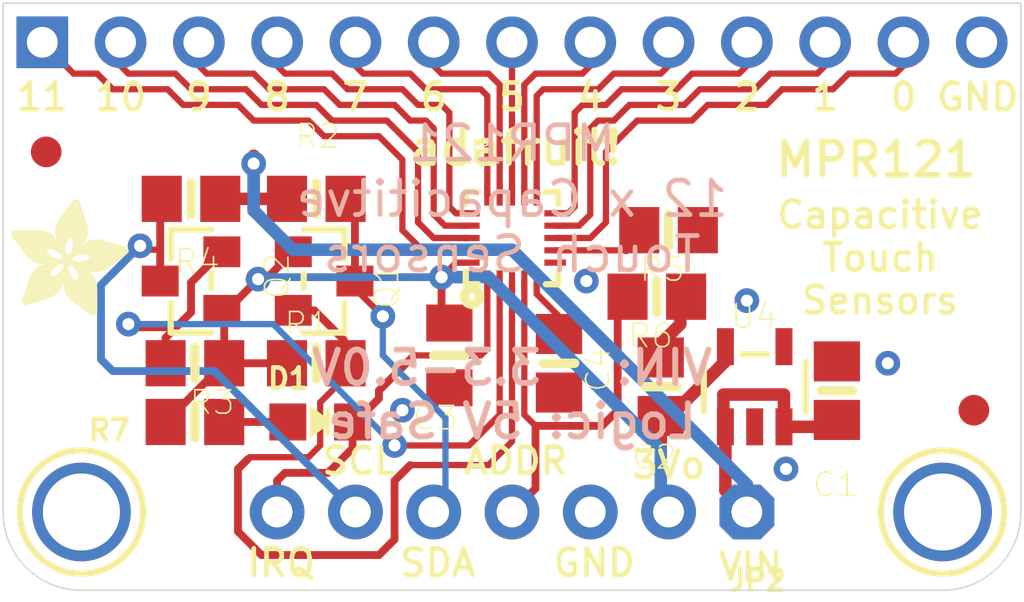
<source format=kicad_pcb>
(kicad_pcb (version 20211014) (generator pcbnew)
  (layers (0 "F.Cu" signal) (31 "B.Cu" signal) (34 "B.Paste" user) (35 "F.Paste" user) (36 "B.SilkS" user "B.Silkscreen") (37 "F.SilkS" user "F.Silkscreen") (38 "B.Mask" user) (39 "F.Mask" user) (44 "Edge.Cuts" user))
  (net 0 "")
  (net 1 "3.3V")
  (net 2 "GND")
  (net 3 "SCL_3V")
  (net 4 "SDA_3V")
  (net 5 "VIN")
  (net 6 "SDA_5V")
  (net 7 "SCL_5V")
  (net 8 "N$2")
  (net 9 "N$3")
  (net 10 "IRQ")
  (net 11 "ELEC0")
  (net 12 "ELEC1")
  (net 13 "ELEC2")
  (net 14 "ELEC3")
  (net 15 "ELEC4")
  (net 16 "ELEC5")
  (net 17 "ELEC6")
  (net 18 "ELEC7")
  (net 19 "ELEC8")
  (net 20 "ELEC9")
  (net 21 "ELEC10")
  (net 22 "ELEC11")
  (net 23 "N$1")
  (net 24 "ADDR")
  (footprint "QFN20_3MM_NOTHERMAL" (layer "F.Cu") (at 148.5011 103.0986 90)
    (fp_text reference "U1" (at 2.794 -0.254) (layer "F.SilkS") (effects (font (size 0.75948 0.75948) (thickness 0.05332)) (justify right)))
    (fp_text value "")
    (pad "1" smd rect (at -1.4 -0.8 270) (size 0.7 0.2) (layers "F.Cu" "F.Paste" "F.Mask") (net 10 "IRQ"))
    (pad "2" smd rect (at -1.4 -0.4 270) (size 0.7 0.2) (layers "F.Cu" "F.Paste" "F.Mask") (net 3 "SCL_3V"))
    (pad "3" smd rect (at -1.4 0 270) (size 0.7 0.2) (layers "F.Cu" "F.Paste" "F.Mask") (net 4 "SDA_3V"))
    (pad "4" smd rect (at -1.4 0.4 270) (size 0.7 0.2) (layers "F.Cu" "F.Paste" "F.Mask") (net 24 "ADDR"))
    (pad "5" smd rect (at -1.4 0.8 270) (size 0.7 0.2) (layers "F.Cu" "F.Paste" "F.Mask") (net 8 "N$2"))
    (pad "6" smd rect (at -0.8 1.4 180) (size 0.7 0.2) (layers "F.Cu" "F.Paste" "F.Mask") (net 2 "GND"))
    (pad "7" smd rect (at -0.4 1.4 180) (size 0.7 0.2) (layers "F.Cu" "F.Paste" "F.Mask") (net 9 "N$3"))
    (pad "8" smd rect (at 0 1.4 180) (size 0.7 0.2) (layers "F.Cu" "F.Paste" "F.Mask") (net 11 "ELEC0"))
    (pad "9" smd rect (at 0.4 1.4 180) (size 0.7 0.2) (layers "F.Cu" "F.Paste" "F.Mask") (net 12 "ELEC1"))
    (pad "10" smd rect (at 0.8 1.4 180) (size 0.7 0.2) (layers "F.Cu" "F.Paste" "F.Mask") (net 13 "ELEC2"))
    (pad "11" smd rect (at 1.4 0.8 270) (size 0.7 0.2) (layers "F.Cu" "F.Paste" "F.Mask") (net 14 "ELEC3"))
    (pad "12" smd rect (at 1.4 0.4 270) (size 0.7 0.2) (layers "F.Cu" "F.Paste" "F.Mask") (net 15 "ELEC4"))
    (pad "13" smd rect (at 1.4 0 270) (size 0.7 0.2) (layers "F.Cu" "F.Paste" "F.Mask") (net 16 "ELEC5"))
    (pad "14" smd rect (at 1.4 -0.4 270) (size 0.7 0.2) (layers "F.Cu" "F.Paste" "F.Mask") (net 17 "ELEC6"))
    (pad "15" smd rect (at 1.4 -0.8 270) (size 0.7 0.2) (layers "F.Cu" "F.Paste" "F.Mask") (net 18 "ELEC7"))
    (pad "16" smd rect (at 0.8 -1.4 180) (size 0.7 0.2) (layers "F.Cu" "F.Paste" "F.Mask") (net 19 "ELEC8"))
    (pad "17" smd rect (at 0.4 -1.4 180) (size 0.7 0.2) (layers "F.Cu" "F.Paste" "F.Mask") (net 20 "ELEC9"))
    (pad "18" smd rect (at 0 -1.4 180) (size 0.7 0.2) (layers "F.Cu" "F.Paste" "F.Mask") (net 21 "ELEC10"))
    (pad "19" smd rect (at -0.4 -1.4 180) (size 0.7 0.2) (layers "F.Cu" "F.Paste" "F.Mask") (net 22 "ELEC11"))
    (pad "20" smd rect (at -0.8 -1.4 180) (size 0.7 0.2) (layers "F.Cu" "F.Paste" "F.Mask") (net 1 "3.3V"))
  )
  (footprint "0805-NO" (layer "F.Cu") (at 159.0421 108.0516 90)
    (fp_text reference "C1" (at -3.048 -0.8255) (layer "F.SilkS") (effects (font (size 0.75948 0.75948) (thickness 0.05332)) (justify left)))
    (fp_text value "10uF")
    (pad "1" smd rect (at -0.95 0 90) (size 1.3 1.5) (layers "F.Cu" "F.Paste" "F.Mask") (net 5 "VIN"))
    (pad "2" smd rect (at 0.95 0 90) (size 1.3 1.5) (layers "F.Cu" "F.Paste" "F.Mask") (net 2 "GND"))
  )
  (footprint "0805-NO" (layer "F.Cu") (at 138.0871 101.8286)
    (fp_text reference "R4" (at -0.5715 2.032) (layer "F.SilkS") (effects (font (size 0.75948 0.75948) (thickness 0.05332)) (justify left)))
    (fp_text value "10K")
    (pad "1" smd rect (at -0.95 0) (size 1.3 1.5) (layers "F.Cu" "F.Paste" "F.Mask") (net 7 "SCL_5V"))
    (pad "2" smd rect (at 0.95 0) (size 1.3 1.5) (layers "F.Cu" "F.Paste" "F.Mask") (net 5 "VIN"))
  )
  (footprint "0805-NO" (layer "F.Cu") (at 142.1511 107.1626 180)
    (fp_text reference "R1" (at 1.0795 1.27) (layer "F.SilkS") (effects (font (size 0.75948 0.75948) (thickness 0.05332)) (justify left)))
    (fp_text value "10K")
    (pad "1" smd rect (at -0.95 0 180) (size 1.3 1.5) (layers "F.Cu" "F.Paste" "F.Mask") (net 4 "SDA_3V"))
    (pad "2" smd rect (at 0.95 0 180) (size 1.3 1.5) (layers "F.Cu" "F.Paste" "F.Mask") (net 1 "3.3V"))
  )
  (footprint "CHIPLED_0805_NOOUTLINE" (layer "F.Cu") (at 142.2781 109.0676 -90)
    (fp_text reference "D1" (at -1.016 1.778) (layer "F.SilkS") (effects (font (size 0.666496 0.666496) (thickness 0.146304)) (justify left bottom)))
    (fp_text value "RED")
    (pad "A" smd rect (at 0 1.05 270) (size 1.2 1.2) (layers "F.Cu" "F.Paste" "F.Mask") (net 23 "N$1"))
    (pad "C" smd rect (at 0 -1.05 270) (size 1.2 1.2) (layers "F.Cu" "F.Paste" "F.Mask") (net 10 "IRQ"))
  )
  (footprint "0805-NO" (layer "F.Cu") (at 153.3271 107.9246 90)
    (fp_text reference "C2" (at -2.286 0.5715) (layer "F.SilkS") (effects (font (size 0.75948 0.75948) (thickness 0.05332)) (justify right)))
    (fp_text value "10uF")
    (pad "1" smd rect (at -0.95 0 90) (size 1.3 1.5) (layers "F.Cu" "F.Paste" "F.Mask") (net 1 "3.3V"))
    (pad "2" smd rect (at 0.95 0 90) (size 1.3 1.5) (layers "F.Cu" "F.Paste" "F.Mask") (net 2 "GND"))
  )
  (footprint "0805-NO" (layer "F.Cu") (at 138.2141 109.0676 180)
    (fp_text reference "R7" (at 2.032 0.127 180) (layer "F.SilkS") (effects (font (size 0.666496 0.666496) (thickness 0.146304)) (justify right top)))
    (fp_text value "1K")
    (pad "1" smd rect (at -0.95 0 180) (size 1.3 1.5) (layers "F.Cu" "F.Paste" "F.Mask") (net 23 "N$1"))
    (pad "2" smd rect (at 0.95 0 180) (size 1.3 1.5) (layers "F.Cu" "F.Paste" "F.Mask") (net 1 "3.3V"))
  )
  (footprint "FIDUCIAL_1MM" (layer "F.Cu") (at 133.3881 100.3046 180)
    (fp_text reference "FID2" hide)
    (fp_text value "FIDUCIAL\"\"" hide)
    (pad "1" smd roundrect (at 0 0 180) (size 1 1) (layers "F.Cu" "F.Mask") (roundrect_rratio 0.5))
  )
  (footprint "MOUNTINGHOLE_2.5_PLATED" (layer "F.Cu") (at 162.4711 111.9886 180)
    (fp_text reference "U$11" hide)
    (fp_text value "MOUNTINGHOLE2.5" hide)
    (pad "P$1" thru_hole circle (at 0 0 180) (size 3.2 3.2) (drill 2.5) (layers *.Cu *.Mask))
  )
  (footprint "0805_10MGAP" (layer "F.Cu") (at 146.4691 106.9086 -90)
    (fp_text reference "C3" (at 2.032 -0.3175) (layer "F.SilkS") (effects (font (size 0.75948 0.75948) (thickness 0.05332)) (justify right)))
    (fp_text value "0.1uF")
    (pad "1" smd rect (at -1.05 0 270) (size 1.2 1.5) (layers "F.Cu" "F.Paste" "F.Mask") (net 1 "3.3V"))
    (pad "2" smd rect (at 1.05 0 270) (size 1.2 1.5) (layers "F.Cu" "F.Paste" "F.Mask") (net 2 "GND"))
  )
  (footprint "0805-NO" (layer "F.Cu") (at 153.5811 102.8446 180)
    (fp_text reference "R5" (at -0.5715 -1.27) (layer "F.SilkS") (effects (font (size 0.75948 0.75948) (thickness 0.05332)) (justify right)))
    (fp_text value "75K")
    (pad "1" smd rect (at -0.95 0 180) (size 1.3 1.5) (layers "F.Cu" "F.Paste" "F.Mask") (net 2 "GND"))
    (pad "2" smd rect (at 0.95 0 180) (size 1.3 1.5) (layers "F.Cu" "F.Paste" "F.Mask") (net 9 "N$3"))
  )
  (footprint "1X07_ROUND_70" (layer "F.Cu") (at 148.5011 111.9886 180)
    (fp_text reference "JP2" (at -8.9662 -1.8288 180) (layer "F.SilkS") (effects (font (size 0.666496 0.666496) (thickness 0.146304)) (justify right top)))
    (fp_text value "")
    (pad "1" thru_hole roundrect (at -7.62 0 270) (size 1.778 1.778) (drill 1) (layers *.Cu *.Mask) (chamfer_ratio 0.25) (chamfer top_left top_right bottom_left bottom_right) (net 5 "VIN"))
    (pad "2" thru_hole circle (at -5.08 0 270) (size 1.778 1.778) (drill 1) (layers *.Cu *.Mask) (net 1 "3.3V"))
    (pad "3" thru_hole circle (at -2.54 0 270) (size 1.778 1.778) (drill 1) (layers *.Cu *.Mask) (net 2 "GND"))
    (pad "4" thru_hole circle (at 0 0 270) (size 1.778 1.778) (drill 1) (layers *.Cu *.Mask) (net 24 "ADDR"))
    (pad "5" thru_hole circle (at 2.54 0 270) (size 1.778 1.778) (drill 1) (layers *.Cu *.Mask) (net 6 "SDA_5V"))
    (pad "6" thru_hole circle (at 5.08 0 270) (size 1.778 1.778) (drill 1) (layers *.Cu *.Mask) (net 7 "SCL_5V"))
    (pad "7" thru_hole circle (at 7.62 0 270) (size 1.778 1.778) (drill 1) (layers *.Cu *.Mask) (net 10 "IRQ"))
  )
  (footprint "1X13_ROUND_70" (layer "F.Cu") (at 148.5011 96.7486)
    (fp_text reference "JP1" hide)
    (fp_text value "")
    (pad "1" thru_hole rect (at -15.24 0 90) (size 1.6764 1.6764) (drill 1) (layers *.Cu *.Mask) (net 22 "ELEC11"))
    (pad "2" thru_hole circle (at -12.7 0 90) (size 1.6764 1.6764) (drill 1) (layers *.Cu *.Mask) (net 21 "ELEC10"))
    (pad "3" thru_hole circle (at -10.16 0 90) (size 1.6764 1.6764) (drill 1) (layers *.Cu *.Mask) (net 20 "ELEC9"))
    (pad "4" thru_hole circle (at -7.62 0 90) (size 1.6764 1.6764) (drill 1) (layers *.Cu *.Mask) (net 19 "ELEC8"))
    (pad "5" thru_hole circle (at -5.08 0 90) (size 1.6764 1.6764) (drill 1) (layers *.Cu *.Mask) (net 18 "ELEC7"))
    (pad "6" thru_hole circle (at -2.54 0 90) (size 1.6764 1.6764) (drill 1) (layers *.Cu *.Mask) (net 17 "ELEC6"))
    (pad "7" thru_hole circle (at 0 0 90) (size 1.6764 1.6764) (drill 1) (layers *.Cu *.Mask) (net 16 "ELEC5"))
    (pad "8" thru_hole circle (at 2.54 0 90) (size 1.6764 1.6764) (drill 1) (layers *.Cu *.Mask) (net 15 "ELEC4"))
    (pad "9" thru_hole circle (at 5.08 0 90) (size 1.6764 1.6764) (drill 1) (layers *.Cu *.Mask) (net 14 "ELEC3"))
    (pad "10" thru_hole circle (at 7.62 0 90) (size 1.6764 1.6764) (drill 1) (layers *.Cu *.Mask) (net 13 "ELEC2"))
    (pad "11" thru_hole circle (at 10.16 0 90) (size 1.6764 1.6764) (drill 1) (layers *.Cu *.Mask) (net 12 "ELEC1"))
    (pad "12" thru_hole circle (at 12.7 0 90) (size 1.6764 1.6764) (drill 1) (layers *.Cu *.Mask) (net 11 "ELEC0"))
    (pad "13" thru_hole circle (at 15.24 0 90) (size 1.6764 1.6764) (drill 1) (layers *.Cu *.Mask) (net 2 "GND"))
  )
  (footprint "SOT23-WIDE" (layer "F.Cu") (at 142.4051 104.4956 -90)
    (fp_text reference "Q1" (at -0.635 -2.032 90) (layer "F.SilkS") (effects (font (size 0.75948 0.75948) (thickness 0.05332)) (justify right)))
    (fp_text value "BSS138")
    (pad "1" smd rect (at -0.95 1 270) (size 1 1.2) (layers "F.Cu" "F.Paste" "F.Mask") (net 1 "3.3V"))
    (pad "2" smd rect (at 0.95 1 270) (size 1 1.2) (layers "F.Cu" "F.Paste" "F.Mask") (net 4 "SDA_3V"))
    (pad "3" smd rect (at 0 -1 270) (size 1 1.2) (layers "F.Cu" "F.Paste" "F.Mask") (net 6 "SDA_5V"))
  )
  (footprint "SOT23-WIDE" (layer "F.Cu") (at 138.0871 104.4956 90)
    (fp_text reference "Q2" (at -0.635 2.794 90) (layer "F.SilkS") (effects (font (size 0.75948 0.75948) (thickness 0.05332)) (justify left)))
    (fp_text value "BSS138")
    (pad "1" smd rect (at -0.95 1 90) (size 1 1.2) (layers "F.Cu" "F.Paste" "F.Mask") (net 1 "3.3V"))
    (pad "2" smd rect (at 0.95 1 90) (size 1 1.2) (layers "F.Cu" "F.Paste" "F.Mask") (net 3 "SCL_3V"))
    (pad "3" smd rect (at 0 -1 90) (size 1 1.2) (layers "F.Cu" "F.Paste" "F.Mask") (net 7 "SCL_5V"))
  )
  (footprint "SOT23-5" (layer "F.Cu") (at 156.3751 107.9246)
    (fp_text reference "U4" (at -0.816 -2.286) (layer "F.SilkS") (effects (font (size 0.75948 0.75948) (thickness 0.05332)) (justify left)))
    (fp_text value "MIC5225-3.3")
    (pad "1" smd rect (at -0.95 1.3001) (size 0.55 1.2) (layers "F.Cu" "F.Paste" "F.Mask") (net 5 "VIN"))
    (pad "2" smd rect (at 0 1.3001) (size 0.55 1.2) (layers "F.Cu" "F.Paste" "F.Mask") (net 2 "GND"))
    (pad "3" smd rect (at 0.95 1.3001) (size 0.55 1.2) (layers "F.Cu" "F.Paste" "F.Mask") (net 5 "VIN"))
    (pad "4" smd rect (at 0.95 -1.3001) (size 0.55 1.2) (layers "F.Cu" "F.Paste" "F.Mask"))
    (pad "5" smd rect (at -0.95 -1.3001) (size 0.55 1.2) (layers "F.Cu" "F.Paste" "F.Mask") (net 1 "3.3V"))
  )
  (footprint "0805-NO" (layer "F.Cu") (at 153.2001 105.0036 180)
    (fp_text reference "R6" (at -0.5715 -1.27) (layer "F.SilkS") (effects (font (size 0.75948 0.75948) (thickness 0.05332)) (justify right)))
    (fp_text value "100K")
    (pad "1" smd rect (at -0.95 0 180) (size 1.3 1.5) (layers "F.Cu" "F.Paste" "F.Mask") (net 2 "GND"))
    (pad "2" smd rect (at 0.95 0 180) (size 1.3 1.5) (layers "F.Cu" "F.Paste" "F.Mask") (net 24 "ADDR"))
  )
  (footprint "0805-NO" (layer "F.Cu") (at 138.2141 107.1626)
    (fp_text reference "R3" (at 1.3335 1.27) (layer "F.SilkS") (effects (font (size 0.75948 0.75948) (thickness 0.05332)) (justify right)))
    (fp_text value "10K")
    (pad "1" smd rect (at -0.95 0) (size 1.3 1.5) (layers "F.Cu" "F.Paste" "F.Mask") (net 3 "SCL_3V"))
    (pad "2" smd rect (at 0.95 0) (size 1.3 1.5) (layers "F.Cu" "F.Paste" "F.Mask") (net 1 "3.3V"))
  )
  (footprint "ADAFRUIT_3.5MM" (layer "F.Cu") (at 132.2451 105.6386)
    (fp_text reference "U$14" hide)
    (fp_text value "" hide)
  )
  (footprint "0805-NO" (layer "F.Cu") (at 142.1511 101.8286 180)
    (fp_text reference "R2" (at -0.8255 2.032) (layer "F.SilkS") (effects (font (size 0.75948 0.75948) (thickness 0.05332)) (justify right)))
    (fp_text value "10K")
    (pad "1" smd rect (at -0.95 0 180) (size 1.3 1.5) (layers "F.Cu" "F.Paste" "F.Mask") (net 6 "SDA_5V"))
    (pad "2" smd rect (at 0.95 0 180) (size 1.3 1.5) (layers "F.Cu" "F.Paste" "F.Mask") (net 5 "VIN"))
  )
  (footprint "FIDUCIAL_1MM" (layer "F.Cu") (at 163.4871 108.6866 180)
    (fp_text reference "FID1" hide)
    (fp_text value "FIDUCIAL\"\"" hide)
    (pad "1" smd roundrect (at 0 0 180) (size 1 1) (layers "F.Cu" "F.Mask") (roundrect_rratio 0.5))
  )
  (footprint "MOUNTINGHOLE_2.5_PLATED" (layer "F.Cu") (at 134.5311 111.9886 180)
    (fp_text reference "U$10" hide)
    (fp_text value "MOUNTINGHOLE2.5" hide)
    (pad "P$1" thru_hole circle (at 0 0 180) (size 3.2 3.2) (drill 2.5) (layers *.Cu *.Mask))
  )
  (footprint "0805-NO" (layer "F.Cu") (at 150.0251 107.1626 -90)
    (fp_text reference "C4" (at -0.5715 -1.27 90) (layer "F.SilkS") (effects (font (size 0.75948 0.75948) (thickness 0.05332)) (justify right)))
    (fp_text value "0.1uF")
    (pad "1" smd rect (at -0.95 0 270) (size 1.3 1.5) (layers "F.Cu" "F.Paste" "F.Mask") (net 8 "N$2"))
    (pad "2" smd rect (at 0.95 0 270) (size 1.3 1.5) (layers "F.Cu" "F.Paste" "F.Mask") (net 2 "GND"))
  )
  (gr_arc (start 134.5311 114.5286) (mid 132.735049 113.784651) (end 131.9911 111.9886) (layer "Edge.Cuts") (width 0.05))
  (gr_line (start 162.4711 114.5286) (end 134.5311 114.5286) (layer "Edge.Cuts") (width 0.05))
  (gr_line (start 165.0111 95.4786) (end 165.0111 111.9886) (layer "Edge.Cuts") (width 0.05))
  (gr_line (start 131.9911 95.4786) (end 165.0111 95.4786) (layer "Edge.Cuts") (width 0.05))
  (gr_line (start 131.9911 111.9886) (end 131.9911 95.4786) (layer "Edge.Cuts") (width 0.05))
  (gr_arc (start 165.0111 111.9886) (mid 164.267151 113.784651) (end 162.4711 114.5286) (layer "Edge.Cuts") (width 0.05))
  (gr_text "MPR121\n12 x Capacititve\nTouch Sensors" (at 148.5011 101.8286) (layer "B.SilkS") (effects (font (size 1.1176 1.1176) (thickness 0.1524)) (justify mirror)))
  (gr_text "VIN:   3.3-5.0V\nLogic: 5V Safe" (at 148.5011 108.1786) (layer "B.SilkS") (effects (font (size 1.0795 1.0795) (thickness 0.1905)) (justify mirror)))
  (gr_text "GND" (at 151.1681 113.6396) (layer "F.SilkS") (effects (font (size 0.8636 0.8636) (thickness 0.1524))))
  (gr_text "0" (at 161.2011 98.5266) (layer "F.SilkS") (effects (font (size 0.8636 0.8636) (thickness 0.1524))))
  (gr_text "Capacitive\nTouch\nSensors" (at 160.4391 103.7336) (layer "F.SilkS") (effects (font (size 0.8636 0.8636) (thickness 0.1524))))
  (gr_text "GND" (at 163.6141 98.5266) (layer "F.SilkS") (effects (font (size 0.8636 0.8636) (thickness 0.1524))))
  (gr_text "SCL" (at 143.5481 110.3376) (layer "F.SilkS") (effects (font (size 0.8636 0.8636) (thickness 0.1524))))
  (gr_text "1" (at 158.6611 98.5266) (layer "F.SilkS") (effects (font (size 0.8636 0.8636) (thickness 0.1524))))
  (gr_text "SDA" (at 146.0881 113.6396) (layer "F.SilkS") (effects (font (size 0.8636 0.8636) (thickness 0.1524))))
  (gr_text "MPR121" (at 160.3121 100.5586) (layer "F.SilkS") (effects (font (size 1.0795 1.0795) (thickness 0.1905))))
  (gr_text "10" (at 135.8011 98.5266) (layer "F.SilkS") (effects (font (size 0.8636 0.8636) (thickness 0.1524))))
  (gr_text "7" (at 143.4211 98.5266) (layer "F.SilkS") (effects (font (size 0.8636 0.8636) (thickness 0.1524))))
  (gr_text "IRQ" (at 141.0081 113.6396) (layer "F.SilkS") (effects (font (size 0.8636 0.8636) (thickness 0.1524))))
  (gr_text "2" (at 156.1211 98.5266) (layer "F.SilkS") (effects (font (size 0.8636 0.8636) (thickness 0.1524))))
  (gr_text "5" (at 148.5011 98.5266) (layer "F.SilkS") (effects (font (size 0.8636 0.8636) (thickness 0.1524))))
  (gr_text "3Vo" (at 153.5811 110.4646) (layer "F.SilkS") (effects (font (size 0.8636 0.8636) (thickness 0.1524))))
  (gr_text "3" (at 153.5811 98.5266) (layer "F.SilkS") (effects (font (size 0.8636 0.8636) (thickness 0.1524))))
  (gr_text "11" (at 133.2611 98.5266) (layer "F.SilkS") (effects (font (size 0.8636 0.8636) (thickness 0.1524))))
  (gr_text "adafruit!" (at 148.6281 100.1776) (layer "F.SilkS") (effects (font (size 1.0795 1.0795) (thickness 0.1905))))
  (gr_text "4" (at 151.0411 98.5266) (layer "F.SilkS") (effects (font (size 0.8636 0.8636) (thickness 0.1524))))
  (gr_text "6" (at 145.9611 98.5266) (layer "F.SilkS") (effects (font (size 0.8636 0.8636) (thickness 0.1524))))
  (gr_text "ADDR" (at 148.6281 110.3376) (layer "F.SilkS") (effects (font (size 0.8636 0.8636) (thickness 0.1524))))
  (gr_text "8" (at 140.8811 98.5266) (layer "F.SilkS") (effects (font (size 0.8636 0.8636) (thickness 0.1524))))
  (gr_text "VIN" (at 156.2481 113.7666) (layer "F.SilkS") (effects (font (size 0.8636 0.8636) (thickness 0.1524))))
  (gr_text "9" (at 138.3411 98.5266) (layer "F.SilkS") (effects (font (size 0.8636 0.8636) (thickness 0.1524))))
  (segment (start 140.51649 104.43421) (end 140.26249 104.43421) (width 0.254) (layer "F.Cu") (net 1))
  (segment (start 139.2511 105.4456) (end 139.0871 105.4456) (width 0.254) (layer "F.Cu") (net 1))
  (segment (start 139.1641 107.1626) (end 141.2011 107.1626) (width 0.254) (layer "F.Cu") (net 1))
  (segment (start 139.1641 107.1676) (end 139.1641 107.1626) (width 0.254) (layer "F.Cu") (net 1))
  (segment (start 146.2151 105.6386) (end 146.2151 104.3686) (width 0.254) (layer "F.Cu") (net 1))
  (segment (start 146.6851 103.8986) (end 146.2151 104.3686) (width 0.2032) (layer "F.Cu") (net 1))
  (segment (start 153.3271 111.7346) (end 153.3271 108.8746) (width 0.4064) (layer "F.Cu") (net 1))
  (segment (start 153.3271 111.7346) (end 153.5811 111.9886) (width 0.4064) (layer "F.Cu") (net 1))
  (segment (start 146.4691 105.8926) (end 146.4691 105.8586) (width 0.254) (layer "F.Cu") (net 1))
  (segment (start 146.2151 105.6386) (end 146.4691 105.8926) (width 0.254) (layer "F.Cu") (net 1))
  (segment (start 140.26249 104.43421) (end 139.2511 105.4456) (width 0.254) (layer "F.Cu") (net 1))
  (segment (start 139.1641 105.3686) (end 139.1641 107.1626) (width 0.254) (layer "F.Cu") (net 1))
  (segment (start 153.6471 108.8746) (end 153.3271 108.8746) (width 0.4064) (layer "F.Cu") (net 1))
  (segment (start 137.2641 109.0676) (end 139.1641 107.1676) (width 0.254) (layer "F.Cu") (net 1))
  (segment (start 139.0871 105.4456) (end 139.1641 105.3686) (width 0.254) (layer "F.Cu") (net 1))
  (segment (start 141.4051 103.5456) (end 140.51649 104.43421) (width 0.254) (layer "F.Cu") (net 1))
  (segment (start 155.4251 106.6245) (end 155.4251 107.0966) (width 0.4064) (layer "F.Cu") (net 1))
  (segment (start 155.4251 107.0966) (end 153.6471 108.8746) (width 0.4064) (layer "F.Cu") (net 1))
  (segment (start 147.1011 103.8986) (end 146.6851 103.8986) (width 0.2032) (layer "F.Cu") (net 1))
  (via (at 140.26249 104.43421) (size 0.8001) (drill 0.3937) (layers "F.Cu" "B.Cu") (net 1))
  (via (at 146.2151 104.3686) (size 0.8064) (drill 0.4) (layers "F.Cu" "B.Cu") (net 1))
  (segment (start 147.7391 104.3686) (end 153.3271 109.9566) (width 0.4064) (layer "B.Cu") (net 1))
  (segment (start 153.3271 111.7346) (end 153.5811 111.9886) (width 0.4064) (layer "B.Cu") (net 1))
  (segment (start 140.26249 104.43421) (end 140.3281 104.3686) (width 0.254) (layer "B.Cu") (net 1))
  (segment (start 140.3281 104.3686) (end 146.2151 104.3686) (width 0.254) (layer "B.Cu") (net 1))
  (segment (start 146.2151 104.3686) (end 147.7391 104.3686) (width 0.4064) (layer "B.Cu") (net 1))
  (segment (start 153.3271 109.9566) (end 153.3271 111.7346) (width 0.4064) (layer "B.Cu") (net 1))
  (segment (start 153.9621 105.8926) (end 153.9621 105.1966) (width 0.4064) (layer "F.Cu") (net 2))
  (segment (start 153.3271 106.5276) (end 153.9621 105.8926) (width 0.4064) (layer "F.Cu") (net 2))
  (segment (start 153.3271 106.9746) (end 153.3271 106.5276) (width 0.4064) (layer "F.Cu") (net 2))
  (segment (start 154.1501 105.0086) (end 154.1501 105.0036) (width 0.4064) (layer "F.Cu") (net 2))
  (segment (start 153.9621 105.1966) (end 154.1501 105.0086) (width 0.4064) (layer "F.Cu") (net 2))
  (via (at 160.6931 107.1626) (size 0.8001) (drill 0.3937) (layers "F.Cu" "B.Cu") (net 2))
  (via (at 144.9451 108.6866) (size 0.8001) (drill 0.3937) (layers "F.Cu" "B.Cu") (net 2))
  (via (at 150.9141 104.4956) (size 0.8001) (drill 0.3937) (layers "F.Cu" "B.Cu") (net 2))
  (via (at 156.1211 105.1306) (size 0.8001) (drill 0.3937) (layers "F.Cu" "B.Cu") (net 2))
  (via (at 157.3911 110.5916) (size 0.8001) (drill 0.3937) (layers "F.Cu" "B.Cu") (net 2))
  (segment (start 136.0551 105.8926) (end 136.1821 106.0196) (width 0.2032) (layer "F.Cu") (net 3))
  (segment (start 139.0871 103.5456) (end 138.0871 104.5456) (width 0.254) (layer "F.Cu") (net 3))
  (segment (start 138.0871 105.5116) (end 137.5791 106.0196) (width 0.254) (layer "F.Cu") (net 3))
  (segment (start 147.1041 109.8296) (end 144.6911 109.8296) (width 0.2032) (layer "F.Cu") (net 3))
  (segment (start 148.1011 104.4986) (end 148.1011 108.8326) (width 0.2032) (layer "F.Cu") (net 3))
  (segment (start 138.0871 104.5456) (end 138.0871 105.5116) (width 0.254) (layer "F.Cu") (net 3))
  (segment (start 137.2641 107.1626) (end 137.1371 107.2896) (width 0.254) (layer "F.Cu") (net 3))
  (segment (start 148.1011 108.8326) (end 147.1041 109.8296) (width 0.2032) (layer "F.Cu") (net 3))
  (segment (start 137.2641 106.3346) (end 137.2641 107.1626) (width 0.254) (layer "F.Cu") (net 3))
  (segment (start 136.1821 106.0196) (end 137.5791 106.0196) (width 0.2032) (layer "F.Cu") (net 3))
  (segment (start 137.5791 106.0196) (end 137.2641 106.3346) (width 0.254) (layer "F.Cu") (net 3))
  (via (at 136.0551 105.8926) (size 0.8001) (drill 0.3937) (layers "F.Cu" "B.Cu") (net 3))
  (via (at 144.6911 109.8296) (size 0.8001) (drill 0.3937) (layers "F.Cu" "B.Cu") (net 3))
  (segment (start 144.6911 109.8296) (end 140.7541 105.8926) (width 0.2032) (layer "B.Cu") (net 3))
  (segment (start 140.7541 105.8926) (end 136.0551 105.8926) (width 0.2032) (layer "B.Cu") (net 3))
  (segment (start 142.0851 105.4456) (end 141.4051 105.4456) (width 0.254) (layer "F.Cu") (net 4))
  (segment (start 148.5011 104.4986) (end 148.5011 109.5756) (width 0.2032) (layer "F.Cu") (net 4))
  (segment (start 142.9131 107.3506) (end 143.1011 107.1626) (width 0.2032) (layer "F.Cu") (net 4))
  (segment (start 143.0401 106.4006) (end 143.0401 107.1016) (width 0.254) (layer "F.Cu") (net 4))
  (segment (start 139.9921 110.2106) (end 141.8971 110.2106) (width 0.2032) (layer "F.Cu") (net 4))
  (segment (start 139.6111 112.6236) (end 139.6111 110.5916) (width 0.254) (layer "F.Cu") (net 4))
  (segment (start 142.2781 108.4326) (end 142.9131 107.7976) (width 0.2032) (layer "F.Cu") (net 4))
  (segment (start 141.8971 110.2106) (end 142.2781 109.8296) (width 0.2032) (layer "F.Cu") (net 4))
  (segment (start 144.6911 112.8776) (end 144.1831 113.3856) (width 0.254) (layer "F.Cu") (net 4))
  (segment (start 142.2781 109.8296) (end 142.2781 108.4326) (width 0.2032) (layer "F.Cu") (net 4))
  (segment (start 139.6111 110.5916) (end 139.9286 110.2741) (width 0.254) (layer "F.Cu") (net 4))
  (segment (start 142.0851 105.4456) (end 143.0401 106.4006) (width 0.254) (layer "F.Cu") (net 4))
  (segment (start 148.5011 109.7026) (end 147.7391 110.4646) (width 0.2032) (layer "F.Cu") (net 4))
  (segment (start 140.3731 113.3856) (end 139.6111 112.6236) (width 0.254) (layer "F.Cu") (net 4))
  (segment (start 144.1831 113.3856) (end 140.3731 113.3856) (width 0.254) (layer "F.Cu") (net 4))
  (segment (start 142.9131 107.7976) (end 142.9131 107.3506) (width 0.2032) (layer "F.Cu") (net 4))
  (segment (start 145.1991 110.4646) (end 144.6911 110.9726) (width 0.254) (layer "F.Cu") (net 4))
  (segment (start 144.6911 110.9726) (end 144.6911 112.8776) (width 0.254) (layer "F.Cu") (net 4))
  (segment (start 148.5011 109.7026) (end 148.5011 109.5756) (width 0.2032) (layer "F.Cu") (net 4))
  (segment (start 147.7391 110.4646) (end 145.1991 110.4646) (width 0.2032) (layer "F.Cu") (net 4))
  (segment (start 143.0401 107.1016) (end 143.1011 107.1626) (width 0.254) (layer "F.Cu") (net 4))
  (segment (start 139.9286 110.2741) (end 139.9921 110.2106) (width 0.2032) (layer "F.Cu") (net 4))
  (segment (start 155.3591 108.1786) (end 155.3591 109.2247) (width 0.4064) (layer "F.Cu") (net 5))
  (segment (start 155.4251 111.2926) (end 156.1211 111.9886) (width 0.4064) (layer "F.Cu") (net 5))
  (segment (start 157.3251 108.1786) (end 155.3591 108.1786) (width 0.4064) (layer "F.Cu") (net 5))
  (segment (start 140.1191 101.8286) (end 139.0371 101.8286) (width 0.4064) (layer "F.Cu") (net 5))
  (segment (start 140.1191 102.2096) (end 140.1191 101.8286) (width 0.4064) (layer "F.Cu") (net 5))
  (segment (start 159.0421 109.0016) (end 158.819 109.2247) (width 0.4064) (layer "F.Cu") (net 5))
  (segment (start 157.3251 109.2247) (end 157.3251 108.1786) (width 0.4064) (layer "F.Cu") (net 5))
  (segment (start 155.3591 109.2247) (end 155.4251 109.2247) (width 0.4064) (layer "F.Cu") (net 5))
  (segment (start 155.4251 109.2247) (end 155.4251 111.2926) (width 0.4064) (layer "F.Cu") (net 5))
  (segment (start 158.819 109.2247) (end 157.3251 109.2247) (width 0.4064) (layer "F.Cu") (net 5))
  (segment (start 140.1191 101.8286) (end 140.1191 100.6856) (width 0.4064) (layer "F.Cu") (net 5))
  (segment (start 141.2011 101.8286) (end 140.1191 101.8286) (width 0.4064) (layer "F.Cu") (net 5))
  (segment (start 157.3251 109.2247) (end 157.3911 109.2907) (width 0.4064) (layer "F.Cu") (net 5))
  (segment (start 140.1191 100.6856) (end 140.1191 100.4316) (width 0.4064) (layer "F.Cu") (net 5))
  (via (at 140.1191 100.6856) (size 0.8001) (drill 0.3937) (layers "F.Cu" "B.Cu") (net 5))
  (segment (start 140.1191 102.2096) (end 140.1191 100.6856) (width 0.4064) (layer "B.Cu") (net 5))
  (segment (start 156.1211 111.9886) (end 156.1211 111.0996) (width 0.4064) (layer "B.Cu") (net 5))
  (segment (start 141.3891 103.4796) (end 140.1191 102.2096) (width 0.4064) (layer "B.Cu") (net 5))
  (segment (start 148.5011 103.4796) (end 141.3891 103.4796) (width 0.4064) (layer "B.Cu") (net 5))
  (segment (start 156.1211 111.0996) (end 148.5011 103.4796) (width 0.4064) (layer "B.Cu") (net 5))
  (segment (start 144.3101 105.6386) (end 143.4051 104.7336) (width 0.2032) (layer "F.Cu") (net 6))
  (segment (start 143.4051 102.1326) (end 143.4051 104.4956) (width 0.254) (layer "F.Cu") (net 6))
  (segment (start 143.4051 104.7336) (end 143.4051 104.4956) (width 0.2032) (layer "F.Cu") (net 6))
  (segment (start 143.1011 101.8286) (end 143.4051 102.1326) (width 0.254) (layer "F.Cu") (net 6))
  (via (at 144.3101 105.6386) (size 0.8001) (drill 0.3937) (layers "F.Cu" "B.Cu") (net 6))
  (segment (start 146.3421 111.6076) (end 146.3421 108.9406) (width 0.2032) (layer "B.Cu") (net 6))
  (segment (start 144.3101 106.9086) (end 144.3101 105.6386) (width 0.2032) (layer "B.Cu") (net 6))
  (segment (start 146.3421 108.9406) (end 144.3101 106.9086) (width 0.2032) (layer "B.Cu") (net 6))
  (segment (start 145.9611 111.9886) (end 146.3421 111.6076) (width 0.2032) (layer "B.Cu") (net 6))
  (segment (start 137.0871 101.8786) (end 137.0871 103.4796) (width 0.254) (layer "F.Cu") (net 7))
  (segment (start 136.4361 103.3526) (end 136.5631 103.4796) (width 0.2032) (layer "F.Cu") (net 7))
  (segment (start 137.0871 103.4796) (end 137.0871 104.4956) (width 0.254) (layer "F.Cu") (net 7))
  (segment (start 136.5631 103.4796) (end 137.0871 103.4796) (width 0.2032) (layer "F.Cu") (net 7))
  (segment (start 137.1371 101.8286) (end 137.0871 101.8786) (width 0.254) (layer "F.Cu") (net 7))
  (via (at 136.4361 103.3526) (size 0.8001) (drill 0.3937) (layers "F.Cu" "B.Cu") (net 7))
  (segment (start 143.4211 111.9886) (end 138.8491 107.4166) (width 0.254) (layer "B.Cu") (net 7))
  (segment (start 138.8491 107.4166) (end 135.5471 107.4166) (width 0.254) (layer "B.Cu") (net 7))
  (segment (start 135.5471 107.4166) (end 135.1661 107.0356) (width 0.254) (layer "B.Cu") (net 7))
  (segment (start 135.1661 107.0356) (end 135.1661 104.6226) (width 0.254) (layer "B.Cu") (net 7))
  (segment (start 135.1661 104.6226) (end 136.4361 103.3526) (width 0.254) (layer "B.Cu") (net 7))
  (segment (start 149.3011 104.9146) (end 150.0251 105.6386) (width 0.2032) (layer "F.Cu") (net 8))
  (segment (start 149.3011 104.4986) (end 149.3011 104.9146) (width 0.2032) (layer "F.Cu") (net 8))
  (segment (start 150.0251 105.6386) (end 150.0251 106.2126) (width 0.2032) (layer "F.Cu") (net 8))
  (segment (start 149.9011 103.4986) (end 152.2031 103.4986) (width 0.2032) (layer "F.Cu") (net 9))
  (segment (start 152.2031 103.4986) (end 152.6311 103.0706) (width 0.254) (layer "F.Cu") (net 9))
  (segment (start 152.6311 103.0706) (end 152.6311 102.8446) (width 0.254) (layer "F.Cu") (net 9))
  (segment (start 141.1351 110.7186) (end 140.8811 110.9726) (width 0.254) (layer "F.Cu") (net 10))
  (segment (start 147.4851 106.9086) (end 145.3261 106.9086) (width 0.2032) (layer "F.Cu") (net 10))
  (segment (start 143.3281 109.9226) (end 142.5321 110.7186) (width 0.254) (layer "F.Cu") (net 10))
  (segment (start 143.3281 109.0676) (end 143.3281 109.9226) (width 0.254) (layer "F.Cu") (net 10))
  (segment (start 143.4211 109.0676) (end 143.3281 109.0676) (width 0.254) (layer "F.Cu") (net 10))
  (segment (start 140.8811 110.9726) (end 140.8811 111.9886) (width 0.254) (layer "F.Cu") (net 10))
  (segment (start 147.7011 106.6926) (end 147.4851 106.9086) (width 0.2032) (layer "F.Cu") (net 10))
  (segment (start 147.7011 104.4986) (end 147.7011 106.6926) (width 0.2032) (layer "F.Cu") (net 10))
  (segment (start 144.1831 108.3056) (end 143.4211 109.0676) (width 0.254) (layer "F.Cu") (net 10))
  (segment (start 144.1831 108.0516) (end 144.1831 108.3056) (width 0.254) (layer "F.Cu") (net 10))
  (segment (start 145.3261 106.9086) (end 144.1831 108.0516) (width 0.254) (layer "F.Cu") (net 10))
  (segment (start 142.5321 110.7186) (end 141.1351 110.7186) (width 0.254) (layer "F.Cu") (net 10))
  (segment (start 149.9011 103.0986) (end 151.0411 103.0986) (width 0.2032) (layer "F.Cu") (net 11))
  (segment (start 151.5491 102.5906) (end 151.5491 100.3046) (width 0.2032) (layer "F.Cu") (net 11))
  (segment (start 156.7561 98.7806) (end 157.2641 98.2726) (width 0.2032) (layer "F.Cu") (net 11))
  (segment (start 152.5651 99.2886) (end 154.3431 99.2886) (width 0.2032) (layer "F.Cu") (net 11))
  (segment (start 159.4231 97.7646) (end 160.9471 97.7646) (width 0.2032) (layer "F.Cu") (net 11))
  (segment (start 158.9151 98.2726) (end 159.4231 97.7646) (width 0.2032) (layer "F.Cu") (net 11))
  (segment (start 160.9471 97.7646) (end 161.2011 97.5106) (width 0.2032) (layer "F.Cu") (net 11))
  (segment (start 161.2011 97.5106) (end 161.2011 96.7486) (width 0.2032) (layer "F.Cu") (net 11))
  (segment (start 151.5491 100.3046) (end 152.5651 99.2886) (width 0.2032) (layer "F.Cu") (net 11))
  (segment (start 154.8511 98.7806) (end 156.7561 98.7806) (width 0.2032) (layer "F.Cu") (net 11))
  (segment (start 151.0411 103.0986) (end 151.5491 102.5906) (width 0.2032) (layer "F.Cu") (net 11))
  (segment (start 154.3431 99.2886) (end 154.8511 98.7806) (width 0.2032) (layer "F.Cu") (net 11))
  (segment (start 157.2641 98.2726) (end 158.9151 98.2726) (width 0.2032) (layer "F.Cu") (net 11))
  (segment (start 154.5971 98.2726) (end 156.3751 98.2726) (width 0.2032) (layer "F.Cu") (net 12))
  (segment (start 149.9011 102.6986) (end 150.6791 102.6986) (width 0.2032) (layer "F.Cu") (net 12))
  (segment (start 151.0411 99.5426) (end 151.2951 99.2886) (width 0.2032) (layer "F.Cu") (net 12))
  (segment (start 151.2951 99.2886) (end 151.8031 99.2886) (width 0.2032) (layer "F.Cu") (net 12))
  (segment (start 150.6791 102.6986) (end 151.0411 102.3366) (width 0.2032) (layer "F.Cu") (net 12))
  (segment (start 158.6611 97.5106) (end 158.6611 96.7486) (width 0.2032) (layer "F.Cu") (net 12))
  (segment (start 156.3751 98.2726) (end 156.8831 97.7646) (width 0.2032) (layer "F.Cu") (net 12))
  (segment (start 154.0891 98.7806) (end 154.5971 98.2726) (width 0.2032) (layer "F.Cu") (net 12))
  (segment (start 152.3111 98.7806) (end 154.0891 98.7806) (width 0.2032) (layer "F.Cu") (net 12))
  (segment (start 151.8031 99.2886) (end 152.3111 98.7806) (width 0.2032) (layer "F.Cu") (net 12))
  (segment (start 158.4071 97.7646) (end 158.6611 97.5106) (width 0.2032) (layer "F.Cu") (net 12))
  (segment (start 151.0411 102.3366) (end 151.0411 99.5426) (width 0.2032) (layer "F.Cu") (net 12))
  (segment (start 156.8831 97.7646) (end 158.4071 97.7646) (width 0.2032) (layer "F.Cu") (net 12))
  (segment (start 153.8351 98.2726) (end 154.3431 97.7646) (width 0.2032) (layer "F.Cu") (net 13))
  (segment (start 150.5331 99.0346) (end 150.7871 98.7806) (width 0.2032) (layer "F.Cu") (net 13))
  (segment (start 154.3431 97.7646) (end 155.8671 97.7646) (width 0.2032) (layer "F.Cu") (net 13))
  (segment (start 151.5491 98.7806) (end 152.0571 98.2726) (width 0.2032) (layer "F.Cu") (net 13))
  (segment (start 150.5331 102.0826) (end 150.5331 99.0346) (width 0.2032) (layer "F.Cu") (net 13))
  (segment (start 150.7871 98.7806) (end 151.5491 98.7806) (width 0.2032) (layer "F.Cu") (net 13))
  (segment (start 152.0571 98.2726) (end 153.8351 98.2726) (width 0.2032) (layer "F.Cu") (net 13))
  (segment (start 150.3171 102.2986) (end 150.5331 102.0826) (width 0.2032) (layer "F.Cu") (net 13))
  (segment (start 149.9011 102.2986) (end 150.3171 102.2986) (width 0.2032) (layer "F.Cu") (net 13))
  (segment (start 155.8671 97.7646) (end 156.1211 97.5106) (width 0.2032) (layer "F.Cu") (net 13))
  (segment (start 156.1211 97.5106) (end 156.1211 96.7486) (width 0.2032) (layer "F.Cu") (net 13))
  (segment (start 149.3011 101.6986) (end 149.3011 98.4886) (width 0.2032) (layer "F.Cu") (net 14))
  (segment (start 153.3271 97.7646) (end 153.5811 97.5106) (width 0.2032) (layer "F.Cu") (net 14))
  (segment (start 149.5171 98.2726) (end 151.2951 98.2726) (width 0.2032) (layer "F.Cu") (net 14))
  (segment (start 151.8031 97.7646) (end 153.3271 97.7646) (width 0.2032) (layer "F.Cu") (net 14))
  (segment (start 153.5811 97.5106) (end 153.5811 96.7486) (width 0.2032) (layer "F.Cu") (net 14))
  (segment (start 151.2951 98.2726) (end 151.8031 97.7646) (width 0.2032) (layer "F.Cu") (net 14))
  (segment (start 149.3011 98.4886) (end 149.5171 98.2726) (width 0.2032) (layer "F.Cu") (net 14))
  (segment (start 150.7871 97.7646) (end 151.0411 97.5106) (width 0.2032) (layer "F.Cu") (net 15))
  (segment (start 148.9011 101.6986) (end 148.9011 98.1266) (width 0.2032) (layer "F.Cu") (net 15))
  (segment (start 148.9011 98.1266) (end 149.2631 97.7646) (width 0.2032) (layer "F.Cu") (net 15))
  (segment (start 149.2631 97.7646) (end 150.7871 97.7646) (width 0.2032) (layer "F.Cu") (net 15))
  (segment (start 151.0411 97.5106) (end 151.0411 96.7486) (width 0.2032) (layer "F.Cu") (net 15))
  (segment (start 148.5011 101.6986) (end 148.5011 96.7486) (width 0.2032) (layer "F.Cu") (net 16))
  (segment (start 148.1011 101.6986) (end 148.1011 98.1266) (width 0.2032) (layer "F.Cu") (net 17))
  (segment (start 148.1011 98.1266) (end 147.7391 97.7646) (width 0.2032) (layer "F.Cu") (net 17))
  (segment (start 146.2151 97.7646) (end 145.9611 97.5106) (width 0.2032) (layer "F.Cu") (net 17))
  (segment (start 147.7391 97.7646) (end 146.2151 97.7646) (width 0.2032) (layer "F.Cu") (net 17))
  (segment (start 145.9611 97.5106) (end 145.9611 96.7486) (width 0.2032) (layer "F.Cu") (net 17))
  (segment (start 145.7071 98.2726) (end 145.1991 97.7646) (width 0.2032) (layer "F.Cu") (net 18))
  (segment (start 147.7011 98.4886) (end 147.4851 98.2726) (width 0.2032) (layer "F.Cu") (net 18))
  (segment (start 143.6751 97.7646) (end 143.4211 97.5106) (width 0.2032) (layer "F.Cu") (net 18))
  (segment (start 147.4851 98.2726) (end 145.7071 98.2726) (width 0.2032) (layer "F.Cu") (net 18))
  (segment (start 143.4211 97.5106) (end 143.4211 96.7486) (width 0.2032) (layer "F.Cu") (net 18))
  (segment (start 145.1991 97.7646) (end 143.6751 97.7646) (width 0.2032) (layer "F.Cu") (net 18))
  (segment (start 147.7011 101.6986) (end 147.7011 98.4886) (width 0.2032) (layer "F.Cu") (net 18))
  (segment (start 142.6591 97.7646) (end 141.1351 97.7646) (width 0.2032) (layer "F.Cu") (net 19))
  (segment (start 143.1671 98.2726) (end 142.6591 97.7646) (width 0.2032) (layer "F.Cu") (net 19))
  (segment (start 146.2151 98.7806) (end 145.4531 98.7806) (width 0.2032) (layer "F.Cu") (net 19))
  (segment (start 146.6851 102.2986) (end 146.4691 102.0826) (width 0.2032) (layer "F.Cu") (net 19))
  (segment (start 140.8811 97.5106) (end 140.8811 96.7486) (width 0.2032) (layer "F.Cu") (net 19))
  (segment (start 145.4531 98.7806) (end 144.9451 98.2726) (width 0.2032) (layer "F.Cu") (net 19))
  (segment (start 144.9451 98.2726) (end 143.1671 98.2726) (width 0.2032) (layer "F.Cu") (net 19))
  (segment (start 141.1351 97.7646) (end 140.8811 97.5106) (width 0.2032) (layer "F.Cu") (net 19))
  (segment (start 146.4691 99.0346) (end 146.2151 98.7806) (width 0.2032) (layer "F.Cu") (net 19))
  (segment (start 147.1011 102.2986) (end 146.6851 102.2986) (width 0.2032) (layer "F.Cu") (net 19))
  (segment (start 146.4691 102.0826) (end 146.4691 99.0346) (width 0.2032) (layer "F.Cu") (net 19))
  (segment (start 142.9131 98.7806) (end 142.4051 98.2726) (width 0.2032) (layer "F.Cu") (net 20))
  (segment (start 140.6271 98.2726) (end 140.1191 97.7646) (width 0.2032) (layer "F.Cu") (net 20))
  (segment (start 138.3411 97.5106) (end 138.3411 96.7486) (width 0.2032) (layer "F.Cu") (net 20))
  (segment (start 142.4051 98.2726) (end 140.6271 98.2726) (width 0.2032) (layer "F.Cu") (net 20))
  (segment (start 140.1191 97.7646) (end 138.5951 97.7646) (width 0.2032) (layer "F.Cu") (net 20))
  (segment (start 147.1011 102.6986) (end 146.3231 102.6986) (width 0.2032) (layer "F.Cu") (net 20))
  (segment (start 145.1991 99.2886) (end 144.6911 98.7806) (width 0.2032) (layer "F.Cu") (net 20))
  (segment (start 144.6911 98.7806) (end 142.9131 98.7806) (width 0.2032) (layer "F.Cu") (net 20))
  (segment (start 145.9611 99.5426) (end 145.7071 99.2886) (width 0.2032) (layer "F.Cu") (net 20))
  (segment (start 138.5951 97.7646) (end 138.3411 97.5106) (width 0.2032) (layer "F.Cu") (net 20))
  (segment (start 145.9611 102.3366) (end 145.9611 99.5426) (width 0.2032) (layer "F.Cu") (net 20))
  (segment (start 145.7071 99.2886) (end 145.1991 99.2886) (width 0.2032) (layer "F.Cu") (net 20))
  (segment (start 146.3231 102.6986) (end 145.9611 102.3366) (width 0.2032) (layer "F.Cu") (net 20))
  (segment (start 135.8011 97.5106) (end 135.8011 96.7486) (width 0.2032) (layer "F.Cu") (net 21))
  (segment (start 145.4531 100.3046) (end 144.4371 99.2886) (width 0.2032) (layer "F.Cu") (net 21))
  (segment (start 140.3731 98.7806) (end 139.8651 98.2726) (width 0.2032) (layer "F.Cu") (net 21))
  (segment (start 138.0871 98.2726) (end 137.5791 97.7646) (width 0.2032) (layer "F.Cu") (net 21))
  (segment (start 136.0551 97.7646) (end 135.8011 97.5106) (width 0.2032) (layer "F.Cu") (net 21))
  (segment (start 147.1011 103.0986) (end 145.9611 103.0986) (width 0.2032) (layer "F.Cu") (net 21))
  (segment (start 142.1511 98.7806) (end 140.3731 98.7806) (width 0.2032) (layer "F.Cu") (net 21))
  (segment (start 142.6591 99.2886) (end 142.1511 98.7806) (width 0.2032) (layer "F.Cu") (net 21))
  (segment (start 144.4371 99.2886) (end 142.6591 99.2886) (width 0.2032) (layer "F.Cu") (net 21))
  (segment (start 145.4531 102.5906) (end 145.4531 100.3046) (width 0.2032) (layer "F.Cu") (net 21))
  (segment (start 139.8651 98.2726) (end 138.0871 98.2726) (width 0.2032) (layer "F.Cu") (net 21))
  (segment (start 137.5791 97.7646) (end 136.0551 97.7646) (width 0.2032) (layer "F.Cu") (net 21))
  (segment (start 145.9611 103.0986) (end 145.4531 102.5906) (width 0.2032) (layer "F.Cu") (net 21))
  (segment (start 139.6111 98.7806) (end 137.8331 98.7806) (width 0.2032) (layer "F.Cu") (net 22))
  (segment (start 142.4051 99.7966) (end 141.8971 99.2886) (width 0.2032) (layer "F.Cu") (net 22))
  (segment (start 147.1011 103.4986) (end 145.5991 103.4986) (width 0.2032) (layer "F.Cu") (net 22))
  (segment (start 140.1191 99.2886) (end 139.6111 98.7806) (width 0.2032) (layer "F.Cu") (net 22))
  (segment (start 144.9451 102.8446) (end 144.9451 100.5586) (width 0.2032) (layer "F.Cu") (net 22))
  (segment (start 135.0391 97.7646) (end 134.2771 97.7646) (width 0.2032) (layer "F.Cu") (net 22))
  (segment (start 137.3251 98.2726) (end 135.5471 98.2726) (width 0.2032) (layer "F.Cu") (net 22))
  (segment (start 144.1831 99.7966) (end 142.4051 99.7966) (width 0.2032) (layer "F.Cu") (net 22))
  (segment (start 135.5471 98.2726) (end 135.0391 97.7646) (width 0.2032) (layer "F.Cu") (net 22))
  (segment (start 141.8971 99.2886) (end 140.1191 99.2886) (width 0.2032) (layer "F.Cu") (net 22))
  (segment (start 134.2771 97.7646) (end 133.2611 96.7486) (width 0.2032) (layer "F.Cu") (net 22))
  (segment (start 144.9451 100.5586) (end 144.1831 99.7966) (width 0.2032) (layer "F.Cu") (net 22))
  (segment (start 137.8331 98.7806) (end 137.3251 98.2726) (width 0.2032) (layer "F.Cu") (net 22))
  (segment (start 145.5991 103.4986) (end 144.9451 102.8446) (width 0.2032) (layer "F.Cu") (net 22))
  (segment (start 141.2281 109.0676) (end 139.1641 109.0676) (width 0.254) (layer "F.Cu") (net 23))
  (segment (start 151.9301 108.6866) (end 151.9301 105.1966) (width 0.254) (layer "F.Cu") (net 24))
  (segment (start 148.9011 108.8326) (end 149.2631 109.1946) (width 0.2032) (layer "F.Cu") (net 24))
  (segment (start 151.4221 109.1946) (end 151.9301 108.6866) (width 0.254) (layer "F.Cu") (net 24))
  (segment (start 149.2631 109.1946) (end 149.2631 111.2266) (width 0.254) (layer "F.Cu") (net 24))
  (segment (start 149.2631 109.1946) (end 151.4221 109.1946) (width 0.254) (layer "F.Cu") (net 24))
  (segment (start 151.9301 105.1966) (end 152.1231 105.0036) (width 0.4064) (layer "F.Cu") (net 24))
  (segment (start 152.1231 105.0036) (end 152.2501 105.0036) (width 0.4064) (layer "F.Cu") (net 24))
  (segment (start 149.2631 111.2266) (end 148.5011 111.9886) (width 0.254) (layer "F.Cu") (net 24))
  (segment (start 148.9011 104.4986) (end 148.9011 108.8326) (width 0.2032) (layer "F.Cu") (net 24))
)
</source>
